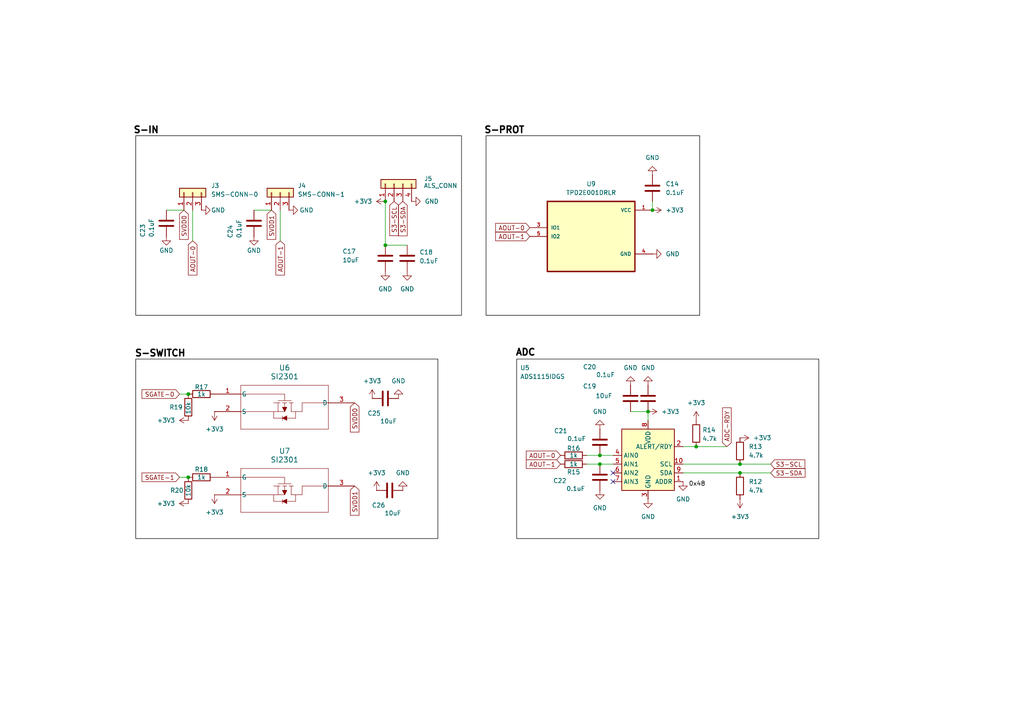
<source format=kicad_sch>
(kicad_sch (version 20231120) (generator "eeschema") (generator_version "8.0")
  (paper "A4")
  (title_block (title "Sensor Module") (company "Jeevan Sanchez"))
  (lib_symbols
    (symbol "Analog_ADC:ADS1115IDGS"
      (property "Reference" "U" (at 2.54 13.97 0))
      (property "Value" "ADS1115IDGS" (at 7.62 11.43 0))
      (symbol "ADS1115IDGS_0_1"
        (rectangle (start -7.62 10.16) (end 7.62 -7.62) (stroke (width 0.254)) (fill (type background)))
      )
      (symbol "ADS1115IDGS_1_1"
        (pin input line (at 10.16 -5.08 180) (length 2.54) (name "ADDR") (number "1"))
        (pin input line (at 10.16 0 180) (length 2.54) (name "SCL") (number "10"))
        (pin output line (at 10.16 5.08 180) (length 2.54) (name "ALERT/RDY") (number "2"))
        (pin power_in line (at 0 -10.16 90) (length 2.54) (name "GND") (number "3"))
        (pin input line (at -10.16 2.54 0) (length 2.54) (name "AIN0") (number "4"))
        (pin input line (at -10.16 0 0) (length 2.54) (name "AIN1") (number "5"))
        (pin input line (at -10.16 -2.54 0) (length 2.54) (name "AIN2") (number "6"))
        (pin input line (at -10.16 -5.08 0) (length 2.54) (name "AIN3") (number "7"))
        (pin power_in line (at 0 12.7 270) (length 2.54) (name "VDD") (number "8"))
        (pin bidirectional line (at 10.16 -2.54 180) (length 2.54) (name "SDA") (number "9"))
      )
    )
    (symbol "Connector_Generic:Conn_01x03" (pin_names (offset 1.016) hide)
      (property "Reference" "J" (at 0 5.08 0))
      (property "Value" "Conn_01x03" (at 0 -5.08 0))
      (symbol "Conn_01x03_1_1"
        (rectangle (start -1.27 -2.413) (end 0 -2.667) (stroke (width 0.1524)))
        (rectangle (start -1.27 0.127) (end 0 -0.127) (stroke (width 0.1524)))
        (rectangle (start -1.27 2.667) (end 0 2.413) (stroke (width 0.1524)))
        (rectangle (start -1.27 3.81) (end 1.27 -3.81) (stroke (width 0.254)) (fill (type background)))
        (pin passive line (at -5.08 2.54 0) (length 3.81) (name "Pin_1") (number "1"))
        (pin passive line (at -5.08 0 0) (length 3.81) (name "Pin_2") (number "2"))
        (pin passive line (at -5.08 -2.54 0) (length 3.81) (name "Pin_3") (number "3"))
      )
    )
    (symbol "Connector_Generic:Conn_01x04" (pin_names (offset 1.016) hide)
      (property "Reference" "J" (at 0 5.08 0))
      (property "Value" "Conn_01x04" (at 0 -7.62 0))
      (symbol "Conn_01x04_1_1"
        (rectangle (start -1.27 -4.953) (end 0 -5.207) (stroke (width 0.1524)))
        (rectangle (start -1.27 -2.413) (end 0 -2.667) (stroke (width 0.1524)))
        (rectangle (start -1.27 0.127) (end 0 -0.127) (stroke (width 0.1524)))
        (rectangle (start -1.27 2.667) (end 0 2.413) (stroke (width 0.1524)))
        (rectangle (start -1.27 3.81) (end 1.27 -6.35) (stroke (width 0.254)) (fill (type background)))
        (pin passive line (at -5.08 2.54 0) (length 3.81) (name "Pin_1") (number "1"))
        (pin passive line (at -5.08 0 0) (length 3.81) (name "Pin_2") (number "2"))
        (pin passive line (at -5.08 -2.54 0) (length 3.81) (name "Pin_3") (number "3"))
        (pin passive line (at -5.08 -5.08 0) (length 3.81) (name "Pin_4") (number "4"))
      )
    )
    (symbol "Device:C" (pin_numbers hide) (pin_names (offset 0.254))
      (property "Reference" "C" (at 0.635 2.54 0))
      (property "Value" "C" (at 0.635 -2.54 0))
      (symbol "C_0_1"
        (polyline (pts (xy -2.032 -0.762) (xy 2.032 -0.762)) (stroke (width 0.508)))
        (polyline (pts (xy -2.032 0.762) (xy 2.032 0.762)) (stroke (width 0.508)))
      )
      (symbol "C_1_1"
        (pin passive line (at 0 3.81 270) (length 2.794) (name "~") (number "1"))
        (pin passive line (at 0 -3.81 90) (length 2.794) (name "~") (number "2"))
      )
    )
    (symbol "Device:R" (pin_numbers hide) (pin_names (offset 0))
      (property "Reference" "R" (at 2.032 0 90))
      (property "Value" "R" (at 0 0 90))
      (symbol "R_0_1"
        (rectangle (start -1.016 -2.54) (end 1.016 2.54) (stroke (width 0.254)))
      )
      (symbol "R_1_1"
        (pin passive line (at 0 3.81 270) (length 1.27) (name "~") (number "1"))
        (pin passive line (at 0 -3.81 90) (length 1.27) (name "~") (number "2"))
      )
    )
    (symbol "SI2301:SI2301CDS-T1-GE3" (pin_names (offset 0.254))
      (property "Reference" "U" (at 20.32 7.62 0))
      (property "Value" "SI2301CDS-T1-GE3" (at 20.32 5.08 0))
      (symbol "SI2301CDS-T1-GE3_0_1"
        (polyline (pts (xy 7.62 -10.16) (xy 33.02 -10.16)) (stroke (width 0.127)))
        (polyline (pts (xy 7.62 2.54) (xy 7.62 -10.16)) (stroke (width 0.127)))
        (polyline (pts (xy 17.145 -6.985) (xy 23.495 -6.985)) (stroke (width 0.127)))
        (polyline (pts (xy 17.145 -5.08) (xy 17.145 -6.985)) (stroke (width 0.127)))
        (polyline (pts (xy 18.415 -2.54) (xy 18.415 -5.08)) (stroke (width 0.127)))
        (polyline (pts (xy 18.415 -1.905) (xy 22.225 -1.905)) (stroke (width 0.127)))
        (polyline (pts (xy 19.05 -2.54) (xy 17.145 -2.54)) (stroke (width 0.127)))
        (polyline (pts (xy 19.685 -6.985) (xy 20.955 -6.35)) (stroke (width 0.127)))
        (polyline (pts (xy 19.685 -6.35) (xy 19.685 -7.62)) (stroke (width 0.127)))
        (polyline (pts (xy 19.685 -3.81) (xy 20.955 -3.81)) (stroke (width 0.127)))
        (polyline (pts (xy 19.685 -2.54) (xy 20.955 -2.54)) (stroke (width 0.127)))
        (polyline (pts (xy 20.32 -5.08) (xy 7.62 -5.08)) (stroke (width 0.127)))
        (polyline (pts (xy 20.32 -5.08) (xy 19.685 -3.81)) (stroke (width 0.127)))
        (polyline (pts (xy 20.32 -5.08) (xy 20.955 -3.81)) (stroke (width 0.127)))
        (polyline (pts (xy 20.32 -2.54) (xy 20.32 -5.08)) (stroke (width 0.127)))
        (polyline (pts (xy 20.32 -1.905) (xy 20.32 0)) (stroke (width 0.127)))
        (polyline (pts (xy 20.32 0) (xy 7.62 0)) (stroke (width 0.127)))
        (polyline (pts (xy 20.955 -7.62) (xy 19.685 -6.985)) (stroke (width 0.127)))
        (polyline (pts (xy 20.955 -6.35) (xy 20.955 -7.62)) (stroke (width 0.127)))
        (polyline (pts (xy 21.59 -2.54) (xy 22.86 -2.54)) (stroke (width 0.127)))
        (polyline (pts (xy 22.225 -5.08) (xy 25.4 -5.08)) (stroke (width 0.127)))
        (polyline (pts (xy 22.225 -2.54) (xy 22.225 -5.08)) (stroke (width 0.127)))
        (polyline (pts (xy 23.495 -5.08) (xy 23.495 -6.985)) (stroke (width 0.127)))
        (polyline (pts (xy 25.4 -5.08) (xy 25.4 -2.54)) (stroke (width 0.127)))
        (polyline (pts (xy 25.4 -2.54) (xy 33.02 -2.54)) (stroke (width 0.127)))
        (polyline (pts (xy 33.02 -10.16) (xy 33.02 2.54)) (stroke (width 0.127)))
        (polyline (pts (xy 33.02 2.54) (xy 7.62 2.54)) (stroke (width 0.127)))
        (polyline (pts (xy 19.685 -6.985) (xy 20.955 -6.35) (xy 20.955 -7.62)) (fill (type outline)))
        (polyline (pts (xy 19.685 -3.81) (xy 20.955 -3.81) (xy 20.32 -5.08)) (fill (type outline)))
        (pin unspecified line (at 0 0 0) (length 7.62) (name "G") (number "1"))
        (pin unspecified line (at 0 -5.08 0) (length 7.62) (name "S") (number "2"))
        (pin unspecified line (at 40.64 -2.54 180) (length 7.62) (name "D") (number "3"))
      )
    )
    (symbol "TPD2E001DRLR:TPD2E001DRLR" (pin_names (offset 1.016))
      (property "Reference" "U" (at -12.7 11.16 0))
      (property "Value" "TPD2E001DRLR" (at -12.7 -14.16 0))
      (symbol "TPD2E001DRLR_0_0"
        (rectangle (start -12.7 -10.16) (end 12.7 10.16) (stroke (width 0.41)) (fill (type background)))
        (pin power_in line (at 17.78 7.62 180) (length 5.08) (name "VCC") (number "1"))
        (pin bidirectional line (at -17.78 2.54 0) (length 5.08) (name "IO1") (number "3"))
        (pin power_in line (at 17.78 -5.08 180) (length 5.08) (name "GND") (number "4"))
        (pin bidirectional line (at -17.78 0 0) (length 5.08) (name "IO2") (number "5"))
      )
    )
    (symbol "power:+3V3" (power) (pin_numbers hide) (pin_names (offset 0) hide)
      (property "Value" "+3V3" (at 0 3.556 0))
      (symbol "+3V3_0_1"
        (polyline (pts (xy -0.762 1.27) (xy 0 2.54)))
        (polyline (pts (xy 0 0) (xy 0 2.54)))
        (polyline (pts (xy 0 2.54) (xy 0.762 1.27)))
      )
      (symbol "+3V3_1_1"
        (pin power_in line (at 0 0 90) (length 0) (name "~") (number "1"))
      )
    )
    (symbol "power:GND" (power) (pin_numbers hide) (pin_names (offset 0) hide)
      (property "Value" "GND" (at 0 -3.81 0))
      (symbol "GND_0_1"
        (polyline (pts (xy 0 0) (xy 0 -1.27) (xy 1.27 -1.27) (xy 0 -2.54) (xy -1.27 -1.27) (xy 0 -1.27)))
      )
      (symbol "GND_1_1"
        (pin power_in line (at 0 0 270) (length 0) (name "~") (number "1"))
      )
    )
  )
  (junction (at 173.99 134.62))
  (junction (at 201.93 129.54))
  (junction (at 54.61 138.43))
  (junction (at 189.23 60.96))
  (junction (at 187.96 119.38))
  (junction (at 214.63 137.16))
  (junction (at 54.61 114.3))
  (junction (at 173.99 132.08))
  (junction (at 111.76 58.42))
  (junction (at 214.63 134.62))
  (junction (at 111.76 71.12))
  (no_connect (at 177.8 139.7))
  (no_connect (at 177.8 137.16))
  (wire (pts (xy 111.76 58.42) (xy 111.76 71.12)))
  (wire (pts (xy 173.99 134.62) (xy 177.8 134.62)))
  (wire (pts (xy 198.12 137.16) (xy 214.63 137.16)))
  (wire (pts (xy 214.63 137.16) (xy 223.52 137.16)))
  (wire (pts (xy 187.96 121.92) (xy 187.96 119.38)))
  (wire (pts (xy 52.07 114.3) (xy 54.61 114.3)))
  (wire (pts (xy 189.23 58.42) (xy 189.23 60.96)))
  (wire (pts (xy 81.28 60.96) (xy 81.28 69.85)))
  (wire (pts (xy 198.12 134.62) (xy 214.63 134.62)))
  (wire (pts (xy 170.18 132.08) (xy 173.99 132.08)))
  (wire (pts (xy 187.96 119.38) (xy 182.88 119.38)))
  (wire (pts (xy 201.93 129.54) (xy 210.82 129.54)))
  (wire (pts (xy 198.12 129.54) (xy 201.93 129.54)))
  (wire (pts (xy 170.18 134.62) (xy 173.99 134.62)))
  (wire (pts (xy 173.99 132.08) (xy 177.8 132.08)))
  (wire (pts (xy 55.88 60.96) (xy 55.88 69.85)))
  (wire (pts (xy 73.66 60.96) (xy 78.74 60.96)))
  (wire (pts (xy 214.63 134.62) (xy 223.52 134.62)))
  (wire (pts (xy 48.26 60.96) (xy 53.34 60.96)))
  (wire (pts (xy 111.76 71.12) (xy 118.11 71.12)))
  (wire (pts (xy 52.07 138.43) (xy 54.61 138.43)))
  (rectangle (start 39.37 104.14) (end 127 156.21) (stroke (width 0) (color 0 0 0 1)))
  (rectangle (start 140.97 39.37) (end 202.946 91.44) (stroke (width 0) (color 0 0 0 1)))
  (rectangle (start 39.37 39.37) (end 133.858 91.44) (stroke (width 0) (color 0 0 0 1)))
  (rectangle (start 149.86 104.14) (end 237.49 156.21) (stroke (width 0) (color 0 0 0 1)))
  (text "S-IN\n" (at 42.418 37.846 0) (effects (font (size 1.905 1.905) (thickness 0.4064) (bold yes))))
  (text "S-SWITCH\n" (at 46.482 102.616 0) (effects (font (size 1.905 1.905) (thickness 0.4064) (bold yes))))
  (text "0x48" (at 202.184 140.462 0) (effects (font (size 1.27 1.27))))
  (text "S-PROT" (at 146.304 37.846 0) (effects (font (size 1.905 1.905) (thickness 0.4064) (bold yes))))
  (text "ADC \n" (at 153.162 102.362 0) (effects (font (size 1.905 1.905) (thickness 0.4064) (bold yes))))
  (global_label "AOUT-1" (shape input) (at 162.56 134.62 180) (property "Intersheetrefs" "${INTERSHEET_REFS}" (effects (hide yes))))
  (global_label "AOUT-0" (shape input) (at 153.67 66.04 180) (property "Intersheetrefs" "${INTERSHEET_REFS}" (effects (hide yes))))
  (global_label "S3-SDA" (shape input) (at 116.84 58.42 270) (property "Intersheetrefs" "${INTERSHEET_REFS}" (effects (hide yes))))
  (global_label "SVDD1" (shape input) (at 102.87 140.97 270) (property "Intersheetrefs" "${INTERSHEET_REFS}" (effects (hide yes))))
  (global_label "SVDD1" (shape input) (at 78.74 60.96 270) (property "Intersheetrefs" "${INTERSHEET_REFS}" (effects (hide yes))))
  (global_label "AOUT-1" (shape input) (at 81.28 69.85 270) (property "Intersheetrefs" "${INTERSHEET_REFS}" (effects (hide yes))))
  (global_label "S3-SCL" (shape input) (at 223.52 134.62 0) (property "Intersheetrefs" "${INTERSHEET_REFS}" (effects (hide yes))))
  (global_label "SVDD0" (shape input) (at 53.34 60.96 270) (property "Intersheetrefs" "${INTERSHEET_REFS}" (effects (hide yes))))
  (global_label "ADC-RDY" (shape input) (at 210.82 129.54 90) (property "Intersheetrefs" "${INTERSHEET_REFS}" (effects (hide yes))))
  (global_label "SGATE-1" (shape input) (at 52.07 138.43 180) (property "Intersheetrefs" "${INTERSHEET_REFS}" (effects (hide yes))))
  (global_label "S3-SDA" (shape input) (at 223.52 137.16 0) (property "Intersheetrefs" "${INTERSHEET_REFS}" (effects (hide yes))))
  (global_label "SGATE-0" (shape input) (at 52.07 114.3 180) (property "Intersheetrefs" "${INTERSHEET_REFS}" (effects (hide yes))))
  (global_label "AOUT-0" (shape input) (at 55.88 69.85 270) (property "Intersheetrefs" "${INTERSHEET_REFS}" (effects (hide yes))))
  (global_label "S3-SCL" (shape input) (at 114.3 58.42 270) (property "Intersheetrefs" "${INTERSHEET_REFS}" (effects (hide yes))))
  (global_label "AOUT-1" (shape input) (at 153.67 68.58 180) (property "Intersheetrefs" "${INTERSHEET_REFS}" (effects (hide yes))))
  (global_label "AOUT-0" (shape input) (at 162.56 132.08 180) (property "Intersheetrefs" "${INTERSHEET_REFS}" (effects (hide yes))))
  (global_label "SVDD0" (shape input) (at 102.87 116.84 270) (property "Intersheetrefs" "${INTERSHEET_REFS}" (effects (hide yes))))
  (symbol (lib_id "power:+3V3") (at 54.61 146.05 90) (unit 1)
    (property "Reference" "#PWR064" (effects (hide yes)))
    (property "Value" "+3V3" (at 50.8 146.0499 90) (effects (justify left)))
    (property "Description" "Power symbol creates a global label with name \"+3V3\"" (effects (hide yes)))
  )
  (symbol (lib_id "power:GND") (at 111.76 78.74 0) (unit 1)
    (property "Reference" "#PWR050" (effects (hide yes)))
    (property "Value" "GND" (at 111.76 83.82 0))
    (property "Description" "Power symbol creates a global label with name \"GND\" , ground" (effects (hide yes)))
  )
  (symbol (lib_id "power:+3V3") (at 62.23 143.51 180) (unit 1)
    (property "Reference" "#PWR049" (effects (hide yes)))
    (property "Value" "+3V3" (at 62.23 148.59 0))
    (property "Description" "Power symbol creates a global label with name \"+3V3\"" (effects (hide yes)))
  )
  (symbol (lib_id "Device:C") (at 173.99 138.43 180) (unit 1)
    (property "Reference" "C22" (at 164.338 139.446 0) (effects (justify left)))
    (property "Value" "0.1uF " (at 170.688 141.732 0) (effects (justify left)))
    (property "Footprint" "Capacitor_SMD:C_0603_1608Metric" (effects (hide yes)))
    (property "Datasheet" "https://mm.digikey.com/Volume0/opasdata/d220001/medias/docus/609/CL10B104KA8NNNC_Spec.pdf" (effects (hide yes)))
    (property "Description" "Unpolarized capacitor" (effects (hide yes)))
    (property "MPN" "CL10B104KA8NNNC" (effects (hide yes)))
    (property "Purchase" "Yes" (effects (hide yes)))
  )
  (symbol (lib_id "TPD2E001DRLR:TPD2E001DRLR") (at 171.45 68.58 0) (unit 1)
    (property "Reference" "U9" (at 171.45 53.34 0))
    (property "Value" "TPD2E001DRLR" (at 171.45 55.88 0))
    (property "Footprint" "TPD2E001DRLR:SOT50P160X60-5N" (effects (hide yes)))
    (property "DigiKey_Part_Number" "296-21883-1-ND" (effects (hide yes)))
    (property "SnapEDA_Link" "https://www.snapeda.com/parts/TPD2E001DRLR/Texas+Instruments/view-part/?ref=snap" (effects (hide yes)))
    (property "Description_1" "\n                        \n                            Dual 1.5-pF, 5.5-V,  ±8-kV ESD protection diode with  1-nA max leakage & VCC pin for USB 2.0\n                        \n" (effects (hide yes)))
    (property "MF" "Texas Instruments" (effects (hide yes)))
    (property "Package" "SOT-5X3-5 Texas Instruments" (effects (hide yes)))
    (property "Check_prices" "https://www.snapeda.com/parts/TPD2E001DRLR/Texas+Instruments/view-part/?ref=eda" (effects (hide yes)))
    (property "MP" "TPD2E001DRLR" (effects (hide yes)))
    (property "MPN" "TPD2E001DRLR" (effects (hide yes)))
  )
  (symbol (lib_id "power:+3V3") (at 187.96 119.38 270) (unit 1)
    (property "Reference" "#PWR057" (effects (hide yes)))
    (property "Value" "+3V3" (at 191.77 119.3799 90) (effects (justify left)))
    (property "Description" "Power symbol creates a global label with name \"+3V3\"" (effects (hide yes)))
  )
  (symbol (lib_id "power:GND") (at 73.66 68.58 0) (unit 1)
    (property "Reference" "#PWR066" (effects (hide yes)))
    (property "Value" "GND" (at 73.66 72.644 0))
    (property "Description" "Power symbol creates a global label with name \"GND\" , ground" (effects (hide yes)))
  )
  (symbol (lib_id "power:+3V3") (at 214.63 127 270) (unit 1)
    (property "Reference" "#PWR052" (effects (hide yes)))
    (property "Value" "+3V3" (at 218.44 126.9999 90) (effects (justify left)))
    (property "Description" "Power symbol creates a global label with name \"+3V3\"" (effects (hide yes)))
  )
  (symbol (lib_id "power:+3V3") (at 189.23 60.96 270) (unit 1)
    (property "Reference" "#PWR048" (effects (hide yes)))
    (property "Value" "+3V3" (at 193.04 60.9599 90) (effects (justify left)))
    (property "Description" "Power symbol creates a global label with name \"+3V3\"" (effects (hide yes)))
  )
  (symbol (lib_id "Device:R") (at 54.61 142.24 180) (unit 1)
    (property "Reference" "R20" (at 51.308 142.24 0))
    (property "Value" "10k" (at 54.61 142.24 90))
    (property "Footprint" "Resistor_SMD:R_0603_1608Metric" (effects (hide yes)))
    (property "Datasheet" "https://industrial.panasonic.com/cdbs/www-data/pdf/RDA0000/AOA0000C304.pdf" (effects (hide yes)))
    (property "Description" "Resistor" (effects (hide yes)))
    (property "MPN" "ERJ-3EKF1002V" (effects (hide yes)))
    (property "Purchase" "Yes" (effects (hide yes)))
  )
  (symbol (lib_id "power:GND") (at 173.99 142.24 0) (unit 1)
    (property "Reference" "#PWR060" (effects (hide yes)))
    (property "Value" "GND" (at 173.99 147.32 0))
    (property "Description" "Power symbol creates a global label with name \"GND\" , ground" (effects (hide yes)))
  )
  (symbol (lib_id "Device:R") (at 58.42 114.3 90) (unit 1)
    (property "Reference" "R17" (at 58.42 112.268 90))
    (property "Value" "1k" (at 58.42 114.3 90))
    (property "Footprint" "Resistor_SMD:R_0603_1608Metric" (effects (hide yes)))
    (property "Datasheet" "https://industrial.panasonic.com/cdbs/www-data/pdf/RDA0000/AOA0000C304.pdf" (effects (hide yes)))
    (property "Description" "Resistor" (effects (hide yes)))
    (property "MPN" "ERJ-3EKF1001V" (effects (hide yes)))
    (property "Purchase" "Yes" (effects (hide yes)))
  )
  (symbol (lib_id "power:GND") (at 58.42 60.96 90) (unit 1)
    (property "Reference" "#PWR043" (effects (hide yes)))
    (property "Value" "GND" (at 63.246 60.96 90))
    (property "Description" "Power symbol creates a global label with name \"GND\" , ground" (effects (hide yes)))
  )
  (symbol (lib_id "power:GND") (at 116.84 142.24 180) (unit 1)
    (property "Reference" "#PWR070" (effects (hide yes)))
    (property "Value" "GND" (at 116.84 137.16 0))
    (property "Description" "Power symbol creates a global label with name \"GND\" , ground" (effects (hide yes)))
  )
  (symbol (lib_id "power:GND") (at 48.26 68.58 0) (unit 1)
    (property "Reference" "#PWR065" (effects (hide yes)))
    (property "Value" "GND" (at 48.26 72.644 0))
    (property "Description" "Power symbol creates a global label with name \"GND\" , ground" (effects (hide yes)))
  )
  (symbol (lib_id "power:GND") (at 115.57 115.57 180) (unit 1)
    (property "Reference" "#PWR068" (effects (hide yes)))
    (property "Value" "GND" (at 115.57 110.49 0))
    (property "Description" "Power symbol creates a global label with name \"GND\" , ground" (effects (hide yes)))
  )
  (symbol (lib_id "Device:C") (at 48.26 64.77 0) (unit 1)
    (property "Reference" "C23" (at 41.402 68.834 90) (effects (justify left)))
    (property "Value" "0.1uF " (at 43.942 68.834 90) (effects (justify left)))
    (property "Footprint" "Capacitor_SMD:C_0603_1608Metric" (effects (hide yes)))
    (property "Datasheet" "https://mm.digikey.com/Volume0/opasdata/d220001/medias/docus/609/CL10B104KA8NNNC_Spec.pdf" (effects (hide yes)))
    (property "Description" "Unpolarized capacitor" (effects (hide yes)))
    (property "MPN" "CL10B104KA8NNNC" (effects (hide yes)))
    (property "Purchase" "Yes" (effects (hide yes)))
  )
  (symbol (lib_id "Device:R") (at 166.37 134.62 90) (unit 1)
    (property "Reference" "R15" (at 166.37 136.906 90))
    (property "Value" "1k" (at 166.37 134.62 90))
    (property "Footprint" "Resistor_SMD:R_0402_1005Metric" (effects (hide yes)))
    (property "Datasheet" "https://industrial.panasonic.com/cdbs/www-data/pdf/RDA0000/AOA0000C304.pdf" (effects (hide yes)))
    (property "Description" "Resistor" (effects (hide yes)))
    (property "MPN" "ERJ-2RKF1001X" (effects (hide yes)))
    (property "Purchase" "Yes" (effects (hide yes)))
  )
  (symbol (lib_id "power:GND") (at 173.99 124.46 180) (unit 1)
    (property "Reference" "#PWR061" (effects (hide yes)))
    (property "Value" "GND" (at 173.99 119.38 0))
    (property "Description" "Power symbol creates a global label with name \"GND\" , ground" (effects (hide yes)))
  )
  (symbol (lib_id "Device:C") (at 111.76 74.93 0) (unit 1)
    (property "Reference" "C17" (at 99.314 72.898 0) (effects (justify left)))
    (property "Value" "10uF " (at 99.314 75.438 0) (effects (justify left)))
    (property "Footprint" "Capacitor_SMD:C_0603_1608Metric" (effects (hide yes)))
    (property "Datasheet" "https://search.murata.co.jp/Ceramy/image/img/A01X/G101/ENG/GRM188R61E106MA73-01.pdf" (effects (hide yes)))
    (property "Description" "Unpolarized capacitor" (effects (hide yes)))
    (property "MPN" "GRM188R61E106MA73D" (effects (hide yes)))
    (property "Purchase" "Yes" (effects (hide yes)))
  )
  (symbol (lib_id "Connector_Generic:Conn_01x03") (at 55.88 55.88 90) (unit 1)
    (property "Reference" "J3" (at 61.214 53.848 90) (effects (justify right)))
    (property "Value" "SMS-CONN-0" (at 61.214 56.388 90) (effects (justify right)))
    (property "Footprint" "LIB_S03B-PASK-2_LF__SN_:S03BPASK2LFSN" (effects (hide yes)))
    (property "Description" "Generic connector, single row, 01x03, script generated (kicad-library-utils/schlib/autogen/connector/)" (effects (hide yes)))
    (property "MPN" "  S03B-PASK-2" (effects (hide yes)))
    (property "Purchase" "Yes" (effects (hide yes)))
  )
  (symbol (lib_id "Device:R") (at 166.37 132.08 90) (unit 1)
    (property "Reference" "R16" (at 166.37 130.048 90))
    (property "Value" "1k" (at 166.37 132.08 90))
    (property "Footprint" "Resistor_SMD:R_0402_1005Metric" (effects (hide yes)))
    (property "Datasheet" "https://industrial.panasonic.com/cdbs/www-data/pdf/RDA0000/AOA0000C304.pdf" (effects (hide yes)))
    (property "Description" "Resistor" (effects (hide yes)))
    (property "MPN" "ERJ-2RKF1001X" (effects (hide yes)))
    (property "Purchase" "Yes" (effects (hide yes)))
  )
  (symbol (lib_id "power:GND") (at 119.38 58.42 90) (unit 1)
    (property "Reference" "#PWR045" (effects (hide yes)))
    (property "Value" "GND" (at 123.19 58.4199 90) (effects (justify right)))
    (property "Description" "Power symbol creates a global label with name \"GND\" , ground" (effects (hide yes)))
  )
  (symbol (lib_id "Device:C") (at 113.03 142.24 90) (unit 1)
    (property "Reference" "C26" (at 111.76 146.558 90) (effects (justify left)))
    (property "Value" "10uF " (at 117.348 148.844 90) (effects (justify left)))
    (property "Footprint" "Capacitor_SMD:C_0805_2012Metric" (effects (hide yes)))
    (property "Datasheet" "https://search.murata.co.jp/Ceramy/image/img/A01X/G101/ENG/GRT188R61C106KE13-01.pdf" (effects (hide yes)))
    (property "Description" "Unpolarized capacitor" (effects (hide yes)))
    (property "MPN" "CL21B106KOQNNN" (effects (hide yes)))
    (property "Purchase" "Yes" (effects (hide yes)))
  )
  (symbol (lib_id "Analog_ADC:ADS1115IDGS") (at 187.96 134.62 0) (unit 1)
    (property "Reference" "U5" (at 150.876 106.68 0) (effects (justify left)))
    (property "Value" "ADS1115IDGS" (at 150.876 109.22 0) (effects (justify left)))
    (property "Footprint" "Package_SO:TSSOP-10_3x3mm_P0.5mm" (effects (hide yes)))
    (property "Datasheet" "http://www.ti.com/lit/ds/symlink/ads1113.pdf" (effects (hide yes)))
    (property "Description" "Ultra-Small, Low-Power, I2C-Compatible, 860-SPS, 16-Bit ADCs With Internal Reference, Oscillator, and Programmable Comparator, VSSOP-10" (effects (hide yes)))
    (property "MPN" "ADS1115IDGSR" (effects (hide yes)))
    (property "Purchase" "Yes" (effects (hide yes)))
  )
  (symbol (lib_id "power:GND") (at 187.96 144.78 0) (unit 1)
    (property "Reference" "#PWR047" (effects (hide yes)))
    (property "Value" "GND" (at 187.96 149.86 0))
    (property "Description" "Power symbol creates a global label with name \"GND\" , ground" (effects (hide yes)))
  )
  (symbol (lib_id "power:GND") (at 83.82 60.96 90) (unit 1)
    (property "Reference" "#PWR044" (effects (hide yes)))
    (property "Value" "GND" (at 88.9 60.96 90))
    (property "Description" "Power symbol creates a global label with name \"GND\" , ground" (effects (hide yes)))
  )
  (symbol (lib_id "power:+3V3") (at 111.76 58.42 90) (unit 1)
    (property "Reference" "#PWR046" (effects (hide yes)))
    (property "Value" "+3V3" (at 107.95 58.4199 90) (effects (justify left)))
    (property "Description" "Power symbol creates a global label with name \"+3V3\"" (effects (hide yes)))
  )
  (symbol (lib_id "Device:C") (at 73.66 64.77 0) (unit 1)
    (property "Reference" "C24" (at 66.802 69.088 90) (effects (justify left)))
    (property "Value" "0.1uF " (at 69.342 69.088 90) (effects (justify left)))
    (property "Footprint" "Capacitor_SMD:C_0603_1608Metric" (effects (hide yes)))
    (property "Datasheet" "https://mm.digikey.com/Volume0/opasdata/d220001/medias/docus/609/CL10B104KA8NNNC_Spec.pdf" (effects (hide yes)))
    (property "Description" "Unpolarized capacitor" (effects (hide yes)))
    (property "MPN" "CL10B104KA8NNNC" (effects (hide yes)))
    (property "Purchase" "Yes" (effects (hide yes)))
  )
  (symbol (lib_id "power:+3V3") (at 214.63 144.78 180) (unit 1)
    (property "Reference" "#PWR053" (effects (hide yes)))
    (property "Value" "+3V3" (at 214.63 149.86 0))
    (property "Description" "Power symbol creates a global label with name \"+3V3\"" (effects (hide yes)))
  )
  (symbol (lib_id "power:GND") (at 198.12 139.7 0) (unit 1)
    (property "Reference" "#PWR062" (effects (hide yes)))
    (property "Value" "GND" (at 198.12 144.78 0))
    (property "Description" "Power symbol creates a global label with name \"GND\" , ground" (effects (hide yes)))
  )
  (symbol (lib_id "Device:C") (at 173.99 128.27 180) (unit 1)
    (property "Reference" "C21" (at 164.592 124.968 0) (effects (justify left)))
    (property "Value" "0.1uF " (at 170.942 127.254 0) (effects (justify left)))
    (property "Footprint" "Capacitor_SMD:C_0603_1608Metric" (effects (hide yes)))
    (property "Datasheet" "https://mm.digikey.com/Volume0/opasdata/d220001/medias/docus/609/CL10B104KA8NNNC_Spec.pdf" (effects (hide yes)))
    (property "Description" "Unpolarized capacitor" (effects (hide yes)))
    (property "MPN" "CL10B104KA8NNNC" (effects (hide yes)))
    (property "Purchase" "Yes" (effects (hide yes)))
  )
  (symbol (lib_id "Device:R") (at 214.63 130.81 0) (unit 1)
    (property "Reference" "R13" (at 217.17 129.5399 0) (effects (justify left)))
    (property "Value" "4.7k" (at 217.17 132.0799 0) (effects (justify left)))
    (property "Footprint" "Resistor_SMD:R_0402_1005Metric" (effects (hide yes)))
    (property "Datasheet" "https://www.yageogroup.com/content/datasheet/asset/file/PYU-RC_GROUP_51_ROHS_L" (effects (hide yes)))
    (property "Description" "Resistor" (effects (hide yes)))
    (property "MPN" "RC0402FR-074K7L" (effects (hide yes)))
    (property "Purchase" "Yes" (effects (hide yes)))
  )
  (symbol (lib_id "power:GND") (at 187.96 111.76 180) (unit 1)
    (property "Reference" "#PWR055" (effects (hide yes)))
    (property "Value" "GND" (at 187.96 106.68 0))
    (property "Description" "Power symbol creates a global label with name \"GND\" , ground" (effects (hide yes)))
  )
  (symbol (lib_id "Device:C") (at 187.96 115.57 180) (unit 1)
    (property "Reference" "C19" (at 172.974 112.014 0) (effects (justify left)))
    (property "Value" "10uF " (at 178.562 114.808 0) (effects (justify left)))
    (property "Footprint" "Capacitor_SMD:C_0603_1608Metric" (effects (hide yes)))
    (property "Datasheet" "https://search.murata.co.jp/Ceramy/image/img/A01X/G101/ENG/GRM188R61E106MA73-01.pdf" (effects (hide yes)))
    (property "Description" "Unpolarized capacitor" (effects (hide yes)))
    (property "MPN" "GRM188R61E106MA73D" (effects (hide yes)))
    (property "Purchase" "Yes" (effects (hide yes)))
  )
  (symbol (lib_id "Device:R") (at 201.93 125.73 0) (unit 1)
    (property "Reference" "R14" (at 203.708 124.714 0) (effects (justify left)))
    (property "Value" "4.7k" (at 203.708 127.254 0) (effects (justify left)))
    (property "Footprint" "Resistor_SMD:R_0402_1005Metric" (effects (hide yes)))
    (property "Datasheet" "https://www.yageogroup.com/content/datasheet/asset/file/PYU-RC_GROUP_51_ROHS_L" (effects (hide yes)))
    (property "Description" "Resistor" (effects (hide yes)))
    (property "MPN" "RC0402FR-074K7L" (effects (hide yes)))
    (property "Purchase" "Yes" (effects (hide yes)))
  )
  (symbol (lib_id "Device:C") (at 182.88 115.57 180) (unit 1)
    (property "Reference" "C20" (at 172.974 106.426 0) (effects (justify left)))
    (property "Value" "0.1uF " (at 179.324 108.712 0) (effects (justify left)))
    (property "Footprint" "Capacitor_SMD:C_0402_1005Metric" (effects (hide yes)))
    (property "Datasheet" "https://search.murata.co.jp/Ceramy/image/img/A01X/G101/ENG/GRM155R71E104KE14-01.pdf" (effects (hide yes)))
    (property "Description" "Unpolarized capacitor" (effects (hide yes)))
    (property "MPN" "GRM155R71E104KE14D" (effects (hide yes)))
    (property "Purchase" "Yes" (effects (hide yes)))
  )
  (symbol (lib_id "Device:C") (at 118.11 74.93 0) (unit 1)
    (property "Reference" "C18" (at 121.666 73.152 0) (effects (justify left)))
    (property "Value" "0.1uF " (at 121.666 75.692 0) (effects (justify left)))
    (property "Footprint" "Capacitor_SMD:C_0402_1005Metric" (effects (hide yes)))
    (property "Datasheet" "https://search.murata.co.jp/Ceramy/image/img/A01X/G101/ENG/GRM155R71E104KE14-01.pdf" (effects (hide yes)))
    (property "Description" "Unpolarized capacitor" (effects (hide yes)))
    (property "MPN" "GRM155R71E104KE14D" (effects (hide yes)))
    (property "Purchase" "Yes" (effects (hide yes)))
  )
  (symbol (lib_id "Device:R") (at 214.63 140.97 0) (unit 1)
    (property "Reference" "R12" (at 217.17 139.6999 0) (effects (justify left)))
    (property "Value" "4.7k" (at 217.17 142.2399 0) (effects (justify left)))
    (property "Footprint" "Resistor_SMD:R_0402_1005Metric" (effects (hide yes)))
    (property "Datasheet" "https://www.yageogroup.com/content/datasheet/asset/file/PYU-RC_GROUP_51_ROHS_L" (effects (hide yes)))
    (property "Description" "Resistor" (effects (hide yes)))
    (property "MPN" "RC0402FR-074K7L" (effects (hide yes)))
    (property "Purchase" "Yes" (effects (hide yes)))
  )
  (symbol (lib_id "power:GND") (at 118.11 78.74 0) (unit 1)
    (property "Reference" "#PWR051" (effects (hide yes)))
    (property "Value" "GND" (at 118.11 83.82 0))
    (property "Description" "Power symbol creates a global label with name \"GND\" , ground" (effects (hide yes)))
  )
  (symbol (lib_id "Device:C") (at 189.23 54.61 0) (unit 1)
    (property "Reference" "C14" (at 193.04 53.3399 0) (effects (justify left)))
    (property "Value" "0.1uF" (at 193.04 55.8799 0) (effects (justify left)))
    (property "Footprint" "Capacitor_SMD:C_0603_1608Metric" (effects (hide yes)))
    (property "Description" "Unpolarized capacitor" (effects (hide yes)))
    (property "MPN" "CC0603KRX7R9BB104" (effects (hide yes)))
  )
  (symbol (lib_id "power:GND") (at 189.23 50.8 180) (unit 1)
    (property "Reference" "#PWR0100" (effects (hide yes)))
    (property "Value" "GND" (at 189.23 45.72 0))
    (property "Description" "Power symbol creates a global label with name \"GND\" , ground" (effects (hide yes)))
  )
  (symbol (lib_id "power:+3V3") (at 62.23 119.38 180) (unit 1)
    (property "Reference" "#PWR059" (effects (hide yes)))
    (property "Value" "+3V3" (at 62.23 124.46 0))
    (property "Description" "Power symbol creates a global label with name \"+3V3\"" (effects (hide yes)))
  )
  (symbol (lib_id "Connector_Generic:Conn_01x04") (at 114.3 53.34 90) (unit 1)
    (property "Reference" "J5" (at 124.206 51.816 90))
    (property "Value" "ALS_CONN" (at 127.762 53.848 90))
    (property "Footprint" "S04B_PASK_2:CONN4_S04B-PASK_JST" (effects (hide yes)))
    (property "Description" "Generic connector, single row, 01x04, script generated (kicad-library-utils/schlib/autogen/connector/)" (effects (hide yes)))
    (property "MPN" "S04B-PASK-2" (effects (hide yes)))
    (property "Purchase" "Yes" (effects (hide yes)))
  )
  (symbol (lib_id "power:GND") (at 189.23 73.66 90) (unit 1)
    (property "Reference" "#PWR058" (effects (hide yes)))
    (property "Value" "GND" (at 193.04 73.6599 90) (effects (justify right)))
    (property "Description" "Power symbol creates a global label with name \"GND\" , ground" (effects (hide yes)))
  )
  (symbol (lib_id "Device:R") (at 58.42 138.43 90) (unit 1)
    (property "Reference" "R18" (at 58.42 136.144 90))
    (property "Value" "1k" (at 58.42 138.43 90))
    (property "Footprint" "Resistor_SMD:R_0603_1608Metric" (effects (hide yes)))
    (property "Datasheet" "https://industrial.panasonic.com/cdbs/www-data/pdf/RDA0000/AOA0000C304.pdf" (effects (hide yes)))
    (property "Description" "Resistor" (effects (hide yes)))
    (property "MPN" "ERJ-3EKF1001V" (effects (hide yes)))
    (property "Purchase" "Yes" (effects (hide yes)))
  )
  (symbol (lib_id "SI2301:SI2301CDS-T1-GE3") (at 62.23 138.43 0) (unit 1)
    (property "Reference" "U7" (at 82.55 130.81 0) (effects (font (size 1.524 1.524))))
    (property "Value" "SI2301" (at 82.55 133.35 0) (effects (font (size 1.524 1.524))))
    (property "Footprint" "ul_SI2301CDS-T1-GE3:TO-236_VIS" (effects (hide yes)))
    (property "Datasheet" "https://www.vishay.com/doc?68741" (effects (hide yes)))
    (property "Description" "P-Channel Mosfet" (effects (hide yes)))
    (property "MPN" "SI2301CDS-T1-GE3" (effects (hide yes)))
    (property "Purchase" "Yes" (effects (hide yes)))
  )
  (symbol (lib_id "Device:C") (at 111.76 115.57 90) (unit 1)
    (property "Reference" "C25" (at 110.49 119.888 90) (effects (justify left)))
    (property "Value" "10uF " (at 116.078 122.174 90) (effects (justify left)))
    (property "Footprint" "Capacitor_SMD:C_0805_2012Metric" (effects (hide yes)))
    (property "Datasheet" "https://search.murata.co.jp/Ceramy/image/img/A01X/G101/ENG/GRT188R61C106KE13-01.pdf" (effects (hide yes)))
    (property "Description" "Unpolarized capacitor" (effects (hide yes)))
    (property "MPN" "CL21B106KOQNNN" (effects (hide yes)))
    (property "Purchase" "Yes" (effects (hide yes)))
  )
  (symbol (lib_id "SI2301:SI2301CDS-T1-GE3") (at 62.23 114.3 0) (unit 1)
    (property "Reference" "U6" (at 82.55 106.68 0) (effects (font (size 1.524 1.524))))
    (property "Value" "SI2301" (at 82.55 109.22 0) (effects (font (size 1.524 1.524))))
    (property "Footprint" "ul_SI2301CDS-T1-GE3:TO-236_VIS" (effects (hide yes)))
    (property "Datasheet" "https://www.vishay.com/doc?68741" (effects (hide yes)))
    (property "Description" "P-Channel Mosfet" (effects (hide yes)))
    (property "MPN" "SI2301CDS-T1-GE3" (effects (hide yes)))
    (property "Purchase" "Yes" (effects (hide yes)))
  )
  (symbol (lib_id "power:+3V3") (at 109.22 142.24 0) (unit 1)
    (property "Reference" "#PWR069" (effects (hide yes)))
    (property "Value" "+3V3" (at 109.22 137.16 0))
    (property "Description" "Power symbol creates a global label with name \"+3V3\"" (effects (hide yes)))
  )
  (symbol (lib_id "power:+3V3") (at 201.93 121.92 0) (unit 1)
    (property "Reference" "#PWR054" (effects (hide yes)))
    (property "Value" "+3V3" (at 201.93 116.84 0))
    (property "Description" "Power symbol creates a global label with name \"+3V3\"" (effects (hide yes)))
  )
  (symbol (lib_id "power:+3V3") (at 107.95 115.57 0) (unit 1)
    (property "Reference" "#PWR067" (effects (hide yes)))
    (property "Value" "+3V3" (at 107.95 110.49 0))
    (property "Description" "Power symbol creates a global label with name \"+3V3\"" (effects (hide yes)))
  )
  (symbol (lib_id "Connector_Generic:Conn_01x03") (at 81.28 55.88 90) (unit 1)
    (property "Reference" "J4" (at 86.36 53.848 90) (effects (justify right)))
    (property "Value" "SMS-CONN-1" (at 86.36 56.388 90) (effects (justify right)))
    (property "Footprint" "LIB_S03B-PASK-2_LF__SN_:S03BPASK2LFSN" (effects (hide yes)))
    (property "Description" "Generic connector, single row, 01x03, script generated (kicad-library-utils/schlib/autogen/connector/)" (effects (hide yes)))
    (property "MPN" "  S03B-PASK-2" (effects (hide yes)))
    (property "Purchase" "Yes" (effects (hide yes)))
  )
  (symbol (lib_id "power:+3V3") (at 54.61 121.92 90) (unit 1)
    (property "Reference" "#PWR063" (effects (hide yes)))
    (property "Value" "+3V3" (at 50.8 121.9199 90) (effects (justify left)))
    (property "Description" "Power symbol creates a global label with name \"+3V3\"" (effects (hide yes)))
  )
  (symbol (lib_id "power:GND") (at 182.88 111.76 180) (unit 1)
    (property "Reference" "#PWR056" (effects (hide yes)))
    (property "Value" "GND" (at 182.88 106.68 0))
    (property "Description" "Power symbol creates a global label with name \"GND\" , ground" (effects (hide yes)))
  )
  (symbol (lib_id "Device:R") (at 54.61 118.11 180) (unit 1)
    (property "Reference" "R19" (at 51.054 118.11 0))
    (property "Value" "10k" (at 54.61 118.364 90))
    (property "Footprint" "Resistor_SMD:R_0603_1608Metric" (effects (hide yes)))
    (property "Datasheet" "https://industrial.panasonic.com/cdbs/www-data/pdf/RDA0000/AOA0000C304.pdf" (effects (hide yes)))
    (property "Description" "Resistor" (effects (hide yes)))
    (property "MPN" "ERJ-3EKF1002V" (effects (hide yes)))
    (property "Purchase" "Yes" (effects (hide yes)))
  )
)
</source>
